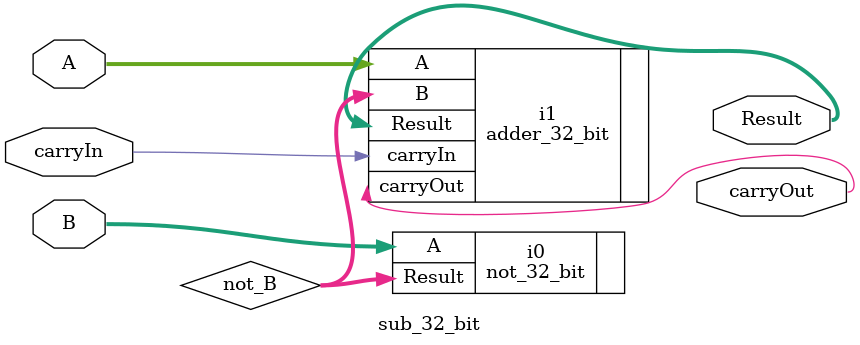
<source format=v>
module sub_32_bit(
	input [31:0] A,
	input [31:0] B,
	input carryIn,
	output carryOut,
	output [31:0] Result
);
	
	wire [31:0] not_B;
	not_32_bit i0(.A(B), .Result(not_B));
	adder_32_bit i1(.A(A), .B(not_B), .carryIn(carryIn), .carryOut(carryOut), .Result(Result));

endmodule

</source>
